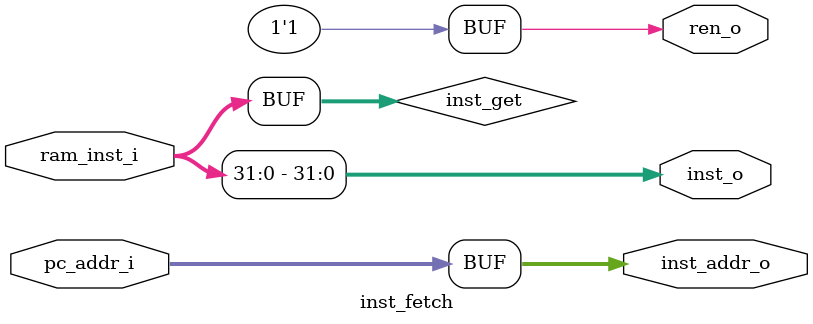
<source format=v>
`include "./defines.v"


module inst_fetch(
    // from pc
    input  wire[63:0] pc_addr_i,   
     // from ram
    input  wire[63:0] ram_inst_i,  
    // to if_id and rom
    output wire[63:0] inst_addr_o,  
    // to if_id     
    output wire[31:0] inst_o,
    output wire       ren_o
);  

    reg[63:0] inst_get = ram_inst_i;
    assign ren_o = 1'b1; 

    assign inst_addr_o = pc_addr_i;

    // always @(*) begin
    //     // inst_fetch(pc_addr_i, inst_get); // 读指令
    //     // $display("hello");
    // end

    assign inst_o = inst_get[31:0];
    
    always @(*) begin
        // $display("[inst_fetch] pc_addr: %x inst: %x", pc_addr_i[31:0], inst_o);
    end

    
endmodule
</source>
